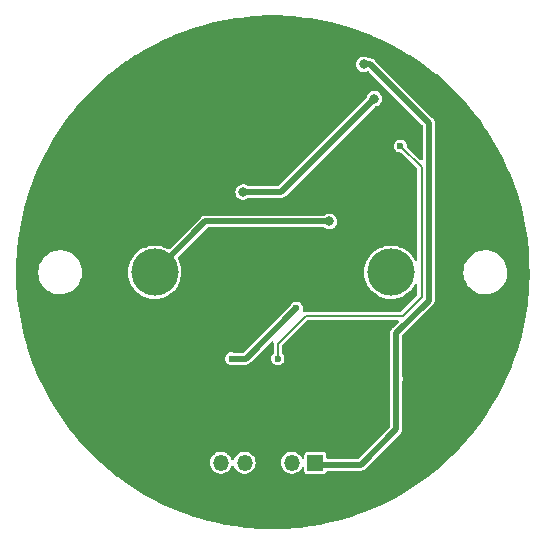
<source format=gbr>
%TF.GenerationSoftware,KiCad,Pcbnew,6.0.11-2627ca5db0~126~ubuntu22.04.1*%
%TF.CreationDate,2023-11-28T13:50:45+01:00*%
%TF.ProjectId,led_buck_3a,6c65645f-6275-4636-9b5f-33612e6b6963,rev?*%
%TF.SameCoordinates,Original*%
%TF.FileFunction,Copper,L2,Bot*%
%TF.FilePolarity,Positive*%
%FSLAX46Y46*%
G04 Gerber Fmt 4.6, Leading zero omitted, Abs format (unit mm)*
G04 Created by KiCad (PCBNEW 6.0.11-2627ca5db0~126~ubuntu22.04.1) date 2023-11-28 13:50:45*
%MOMM*%
%LPD*%
G01*
G04 APERTURE LIST*
%TA.AperFunction,ComponentPad*%
%ADD10R,1.350000X1.350000*%
%TD*%
%TA.AperFunction,ComponentPad*%
%ADD11O,1.350000X1.350000*%
%TD*%
%TA.AperFunction,ComponentPad*%
%ADD12C,4.000000*%
%TD*%
%TA.AperFunction,ViaPad*%
%ADD13C,0.600000*%
%TD*%
%TA.AperFunction,ViaPad*%
%ADD14C,0.800000*%
%TD*%
%TA.AperFunction,Conductor*%
%ADD15C,0.500000*%
%TD*%
%TA.AperFunction,Conductor*%
%ADD16C,0.200000*%
%TD*%
G04 APERTURE END LIST*
D10*
%TO.P,J4,1,Pin_1*%
%TO.N,+5V*%
X53610000Y-66130000D03*
D11*
%TO.P,J4,2,Pin_2*%
%TO.N,Net-(J4-Pad2)*%
X51610000Y-66130000D03*
%TO.P,J4,3,Pin_3*%
%TO.N,GND*%
X49610000Y-66130000D03*
%TO.P,J4,4,Pin_4*%
%TO.N,/RXD*%
X47610000Y-66130000D03*
%TO.P,J4,5,Pin_5*%
%TO.N,/TXD*%
X45610000Y-66130000D03*
%TD*%
D12*
%TO.P,J1,1,Pin_1*%
%TO.N,Net-(C3-Pad2)*%
X60000000Y-50000000D03*
%TD*%
%TO.P,J2,1,Pin_1*%
%TO.N,Net-(C3-Pad1)*%
X40000000Y-50000000D03*
%TD*%
D13*
%TO.N,GND*%
X55900000Y-55750000D03*
D14*
X46300000Y-44700000D03*
X48300000Y-44700000D03*
X47300000Y-44700000D03*
D13*
X52249579Y-60158736D03*
D14*
X45200000Y-44700000D03*
X57900000Y-37800000D03*
D13*
X49670000Y-60050000D03*
D14*
X59200000Y-37800000D03*
D13*
X38007500Y-57300000D03*
D14*
X60600000Y-36400000D03*
X43200000Y-44700000D03*
X44200000Y-44700000D03*
X60600000Y-37800000D03*
D13*
%TO.N,VCC*%
X46520000Y-57310000D03*
X51990000Y-53030000D03*
D14*
%TO.N,Net-(C3-Pad1)*%
X54800000Y-45700000D03*
D13*
%TO.N,+5V*%
X60446483Y-58996483D03*
D14*
X57700002Y-32400000D03*
D13*
%TO.N,/PWM*%
X60800000Y-39300000D03*
X50430000Y-57320000D03*
D14*
%TO.N,Net-(Q1-Pad4)*%
X47499998Y-43200000D03*
X58600000Y-35300000D03*
%TD*%
D15*
%TO.N,VCC*%
X46520000Y-57310000D02*
X47710000Y-57310000D01*
X47710000Y-57310000D02*
X51990000Y-53030000D01*
%TO.N,Net-(C3-Pad1)*%
X44300000Y-45700000D02*
X40000000Y-50000000D01*
X54800000Y-45700000D02*
X44300000Y-45700000D01*
%TO.N,+5V*%
X60446483Y-58996483D02*
X60446483Y-55153517D01*
X63200000Y-52400000D02*
X63200000Y-37334313D01*
X60446483Y-63303517D02*
X57470000Y-66280000D01*
X58265687Y-32400000D02*
X57700002Y-32400000D01*
X60446483Y-58996483D02*
X60446483Y-63303517D01*
X57470000Y-66280000D02*
X53520000Y-66280000D01*
X63200000Y-37334313D02*
X58265687Y-32400000D01*
X60446483Y-55153517D02*
X63200000Y-52400000D01*
D16*
%TO.N,/PWM*%
X62600000Y-41100000D02*
X60800000Y-39300000D01*
X50430000Y-56050000D02*
X52790000Y-53690000D01*
X61000000Y-53690000D02*
X62600000Y-52090000D01*
X52790000Y-53690000D02*
X61000000Y-53690000D01*
X50430000Y-57320000D02*
X50430000Y-56050000D01*
X62600000Y-52090000D02*
X62600000Y-41100000D01*
D15*
%TO.N,Net-(Q1-Pad4)*%
X58600000Y-35300000D02*
X50700000Y-43200000D01*
X50700000Y-43200000D02*
X47499998Y-43200000D01*
%TD*%
%TA.AperFunction,Conductor*%
%TO.N,GND*%
G36*
X50458052Y-28259380D02*
G01*
X51362770Y-28297299D01*
X51368028Y-28297630D01*
X51601921Y-28317270D01*
X52270401Y-28373404D01*
X52275650Y-28373956D01*
X52715833Y-28429564D01*
X53174043Y-28487449D01*
X53179239Y-28488216D01*
X54072093Y-28639232D01*
X54077245Y-28640214D01*
X54520152Y-28734356D01*
X54963043Y-28828496D01*
X54968151Y-28829694D01*
X55845299Y-29054907D01*
X55850299Y-29056304D01*
X56116110Y-29136557D01*
X56717207Y-29318040D01*
X56722226Y-29319671D01*
X57181979Y-29479773D01*
X57577376Y-29617464D01*
X57582300Y-29619295D01*
X58187697Y-29858989D01*
X58424265Y-29952653D01*
X58429130Y-29954698D01*
X59256374Y-30323010D01*
X59261149Y-30325257D01*
X60072238Y-30727886D01*
X60076915Y-30730331D01*
X60870446Y-31166579D01*
X60875016Y-31169218D01*
X61394638Y-31483911D01*
X61649578Y-31638308D01*
X61654011Y-31641122D01*
X62337941Y-32095524D01*
X62408250Y-32142237D01*
X62412584Y-32145249D01*
X62980255Y-32557686D01*
X63145174Y-32677507D01*
X63149376Y-32680696D01*
X63580025Y-33022024D01*
X63859039Y-33243168D01*
X63863105Y-33246532D01*
X64548577Y-33838215D01*
X64552497Y-33841745D01*
X65212616Y-34461638D01*
X65216366Y-34465310D01*
X65849948Y-35112304D01*
X65853560Y-35116151D01*
X66459473Y-35789085D01*
X66462922Y-35793080D01*
X67040125Y-36490800D01*
X67043403Y-36494935D01*
X67590897Y-37216232D01*
X67593980Y-37220475D01*
X67914591Y-37681773D01*
X68110791Y-37964068D01*
X68113711Y-37968464D01*
X68598907Y-38733012D01*
X68601641Y-38737526D01*
X69054403Y-39521732D01*
X69056946Y-39526357D01*
X69476482Y-40328857D01*
X69478828Y-40333584D01*
X69864374Y-41152909D01*
X69866521Y-41157730D01*
X70138914Y-41805726D01*
X70217431Y-41992511D01*
X70219367Y-41997401D01*
X70465263Y-42658595D01*
X70535021Y-42846169D01*
X70536753Y-42851143D01*
X70551173Y-42895524D01*
X70816577Y-43712355D01*
X70818102Y-43717407D01*
X71061612Y-44589561D01*
X71062925Y-44594673D01*
X71269707Y-45476291D01*
X71270804Y-45481453D01*
X71440483Y-46370942D01*
X71441363Y-46376146D01*
X71573642Y-47271940D01*
X71574304Y-47277175D01*
X71667095Y-48160015D01*
X71668961Y-48177773D01*
X71669401Y-48183016D01*
X71695924Y-48604579D01*
X71726260Y-49086759D01*
X71726481Y-49092032D01*
X71733251Y-49415241D01*
X71744617Y-49957814D01*
X71745445Y-49997361D01*
X71745445Y-50002626D01*
X71735963Y-50455303D01*
X71726481Y-50907968D01*
X71726260Y-50913241D01*
X71712428Y-51133101D01*
X71670155Y-51805007D01*
X71669402Y-51816968D01*
X71668962Y-51822212D01*
X71625135Y-52239204D01*
X71574304Y-52722825D01*
X71573642Y-52728060D01*
X71441363Y-53623854D01*
X71440483Y-53629058D01*
X71270804Y-54518547D01*
X71269707Y-54523709D01*
X71062925Y-55405327D01*
X71061612Y-55410439D01*
X70818102Y-56282593D01*
X70816577Y-56287645D01*
X70536756Y-57148847D01*
X70535024Y-57153821D01*
X70265228Y-57879285D01*
X70219374Y-58002582D01*
X70217438Y-58007472D01*
X69941742Y-58663326D01*
X69866521Y-58842270D01*
X69864374Y-58847091D01*
X69478828Y-59666416D01*
X69476482Y-59671143D01*
X69056946Y-60473643D01*
X69054403Y-60478268D01*
X68601641Y-61262474D01*
X68598907Y-61266988D01*
X68113711Y-62031536D01*
X68110801Y-62035917D01*
X67593981Y-62779523D01*
X67590897Y-62783768D01*
X67058169Y-63485612D01*
X67043403Y-63505065D01*
X67040125Y-63509200D01*
X66462922Y-64206920D01*
X66459473Y-64210915D01*
X65853560Y-64883849D01*
X65849948Y-64887696D01*
X65216366Y-65534690D01*
X65212616Y-65538362D01*
X64789514Y-65935682D01*
X64552499Y-66158254D01*
X64548579Y-66161784D01*
X63871792Y-66745970D01*
X63863105Y-66753468D01*
X63859042Y-66756830D01*
X63526689Y-67020249D01*
X63149378Y-67319302D01*
X63145174Y-67322493D01*
X62412584Y-67854751D01*
X62408250Y-67857763D01*
X61654011Y-68358878D01*
X61649578Y-68361692D01*
X61394638Y-68516089D01*
X60875016Y-68830782D01*
X60870446Y-68833421D01*
X60076915Y-69269669D01*
X60072238Y-69272114D01*
X59261149Y-69674743D01*
X59256374Y-69676990D01*
X58429130Y-70045302D01*
X58424265Y-70047347D01*
X57582300Y-70380705D01*
X57577376Y-70382536D01*
X57254366Y-70495019D01*
X56722226Y-70680329D01*
X56717207Y-70681960D01*
X56283763Y-70812825D01*
X55850299Y-70943696D01*
X55845299Y-70945093D01*
X54968151Y-71170306D01*
X54963043Y-71171504D01*
X54520152Y-71265643D01*
X54077245Y-71359786D01*
X54072093Y-71360768D01*
X53179239Y-71511784D01*
X53174043Y-71512551D01*
X52715833Y-71570436D01*
X52275650Y-71626044D01*
X52270401Y-71626596D01*
X51736916Y-71671394D01*
X51368028Y-71702370D01*
X51362770Y-71702701D01*
X50576436Y-71735658D01*
X50458051Y-71740620D01*
X50452775Y-71740731D01*
X49547225Y-71740731D01*
X49541949Y-71740620D01*
X49423564Y-71735658D01*
X48637230Y-71702701D01*
X48631972Y-71702370D01*
X48263084Y-71671394D01*
X47729599Y-71626596D01*
X47724350Y-71626044D01*
X47284167Y-71570436D01*
X46825957Y-71512551D01*
X46820761Y-71511784D01*
X45927907Y-71360768D01*
X45922755Y-71359786D01*
X45479848Y-71265643D01*
X45036957Y-71171504D01*
X45031849Y-71170306D01*
X44154701Y-70945093D01*
X44149701Y-70943696D01*
X43716238Y-70812826D01*
X43282793Y-70681960D01*
X43277774Y-70680329D01*
X42745634Y-70495019D01*
X42422624Y-70382536D01*
X42417700Y-70380705D01*
X41575735Y-70047347D01*
X41570870Y-70045302D01*
X40743626Y-69676990D01*
X40738851Y-69674743D01*
X39927762Y-69272114D01*
X39923085Y-69269669D01*
X39129554Y-68833421D01*
X39124984Y-68830782D01*
X38605362Y-68516089D01*
X38350422Y-68361692D01*
X38345989Y-68358878D01*
X37591750Y-67857763D01*
X37587416Y-67854751D01*
X36854826Y-67322493D01*
X36850622Y-67319302D01*
X36473311Y-67020249D01*
X36140958Y-66756830D01*
X36136895Y-66753468D01*
X36128209Y-66745970D01*
X35451421Y-66161784D01*
X35447501Y-66158254D01*
X35417414Y-66130000D01*
X44675380Y-66130000D01*
X44695804Y-66324318D01*
X44756182Y-66510144D01*
X44853877Y-66679356D01*
X44858295Y-66684263D01*
X44858296Y-66684264D01*
X44980195Y-66819647D01*
X44984617Y-66824558D01*
X44989959Y-66828439D01*
X44989961Y-66828441D01*
X45108576Y-66914620D01*
X45142690Y-66939405D01*
X45148719Y-66942089D01*
X45148722Y-66942091D01*
X45315151Y-67016189D01*
X45315154Y-67016190D01*
X45321187Y-67018876D01*
X45400727Y-67035783D01*
X45505849Y-67058128D01*
X45505854Y-67058128D01*
X45512306Y-67059500D01*
X45707694Y-67059500D01*
X45714146Y-67058128D01*
X45714151Y-67058128D01*
X45819273Y-67035783D01*
X45898813Y-67018876D01*
X45904846Y-67016190D01*
X45904849Y-67016189D01*
X46071278Y-66942091D01*
X46071281Y-66942089D01*
X46077310Y-66939405D01*
X46111424Y-66914620D01*
X46230039Y-66828441D01*
X46230041Y-66828439D01*
X46235383Y-66824558D01*
X46239805Y-66819647D01*
X46361704Y-66684264D01*
X46361705Y-66684263D01*
X46366123Y-66679356D01*
X46463818Y-66510144D01*
X46469362Y-66493083D01*
X46490167Y-66429049D01*
X46530240Y-66370443D01*
X46595637Y-66342806D01*
X46665593Y-66354913D01*
X46717900Y-66402918D01*
X46729833Y-66429049D01*
X46750639Y-66493083D01*
X46756182Y-66510144D01*
X46853877Y-66679356D01*
X46858295Y-66684263D01*
X46858296Y-66684264D01*
X46980195Y-66819647D01*
X46984617Y-66824558D01*
X46989959Y-66828439D01*
X46989961Y-66828441D01*
X47108576Y-66914620D01*
X47142690Y-66939405D01*
X47148719Y-66942089D01*
X47148722Y-66942091D01*
X47315151Y-67016189D01*
X47315154Y-67016190D01*
X47321187Y-67018876D01*
X47400727Y-67035783D01*
X47505849Y-67058128D01*
X47505854Y-67058128D01*
X47512306Y-67059500D01*
X47707694Y-67059500D01*
X47714146Y-67058128D01*
X47714151Y-67058128D01*
X47819273Y-67035783D01*
X47898813Y-67018876D01*
X47904846Y-67016190D01*
X47904849Y-67016189D01*
X48071278Y-66942091D01*
X48071281Y-66942089D01*
X48077310Y-66939405D01*
X48111424Y-66914620D01*
X48230039Y-66828441D01*
X48230041Y-66828439D01*
X48235383Y-66824558D01*
X48239805Y-66819647D01*
X48361704Y-66684264D01*
X48361705Y-66684263D01*
X48366123Y-66679356D01*
X48463818Y-66510144D01*
X48524196Y-66324318D01*
X48544620Y-66130000D01*
X48524196Y-65935682D01*
X48463818Y-65749856D01*
X48457317Y-65738595D01*
X48369424Y-65586362D01*
X48366123Y-65580644D01*
X48235383Y-65435442D01*
X48125627Y-65355699D01*
X48082652Y-65324476D01*
X48082651Y-65324475D01*
X48077310Y-65320595D01*
X48071281Y-65317911D01*
X48071278Y-65317909D01*
X47904849Y-65243811D01*
X47904846Y-65243810D01*
X47898813Y-65241124D01*
X47809600Y-65222161D01*
X47714151Y-65201872D01*
X47714146Y-65201872D01*
X47707694Y-65200500D01*
X47512306Y-65200500D01*
X47505854Y-65201872D01*
X47505849Y-65201872D01*
X47410400Y-65222161D01*
X47321187Y-65241124D01*
X47315154Y-65243810D01*
X47315151Y-65243811D01*
X47148722Y-65317909D01*
X47148719Y-65317911D01*
X47142690Y-65320595D01*
X47137349Y-65324475D01*
X47137348Y-65324476D01*
X47094374Y-65355699D01*
X46984617Y-65435442D01*
X46853877Y-65580644D01*
X46850576Y-65586362D01*
X46762684Y-65738595D01*
X46756182Y-65749856D01*
X46754141Y-65756138D01*
X46754140Y-65756140D01*
X46729833Y-65830951D01*
X46689760Y-65889557D01*
X46624363Y-65917194D01*
X46554407Y-65905087D01*
X46502100Y-65857082D01*
X46490167Y-65830951D01*
X46465860Y-65756140D01*
X46465859Y-65756138D01*
X46463818Y-65749856D01*
X46457317Y-65738595D01*
X46369424Y-65586362D01*
X46366123Y-65580644D01*
X46235383Y-65435442D01*
X46125627Y-65355699D01*
X46082652Y-65324476D01*
X46082651Y-65324475D01*
X46077310Y-65320595D01*
X46071281Y-65317911D01*
X46071278Y-65317909D01*
X45904849Y-65243811D01*
X45904846Y-65243810D01*
X45898813Y-65241124D01*
X45809600Y-65222161D01*
X45714151Y-65201872D01*
X45714146Y-65201872D01*
X45707694Y-65200500D01*
X45512306Y-65200500D01*
X45505854Y-65201872D01*
X45505849Y-65201872D01*
X45410400Y-65222161D01*
X45321187Y-65241124D01*
X45315154Y-65243810D01*
X45315151Y-65243811D01*
X45148722Y-65317909D01*
X45148719Y-65317911D01*
X45142690Y-65320595D01*
X45137349Y-65324475D01*
X45137348Y-65324476D01*
X45094374Y-65355699D01*
X44984617Y-65435442D01*
X44853877Y-65580644D01*
X44850576Y-65586362D01*
X44762684Y-65738595D01*
X44756182Y-65749856D01*
X44695804Y-65935682D01*
X44675380Y-66130000D01*
X35417414Y-66130000D01*
X35210486Y-65935682D01*
X34787384Y-65538362D01*
X34783634Y-65534690D01*
X34150052Y-64887696D01*
X34146440Y-64883849D01*
X33540527Y-64210915D01*
X33537078Y-64206920D01*
X32959875Y-63509200D01*
X32956597Y-63505065D01*
X32941831Y-63485612D01*
X32409103Y-62783768D01*
X32406019Y-62779523D01*
X31889199Y-62035917D01*
X31886289Y-62031536D01*
X31401093Y-61266988D01*
X31398359Y-61262474D01*
X30945597Y-60478268D01*
X30943054Y-60473643D01*
X30523518Y-59671143D01*
X30521172Y-59666416D01*
X30135626Y-58847091D01*
X30133479Y-58842270D01*
X30058258Y-58663326D01*
X29782562Y-58007472D01*
X29780626Y-58002582D01*
X29734773Y-57879285D01*
X29523058Y-57310000D01*
X45960715Y-57310000D01*
X45979772Y-57454754D01*
X46035645Y-57589642D01*
X46124526Y-57705474D01*
X46131076Y-57710500D01*
X46131079Y-57710503D01*
X46199596Y-57763078D01*
X46240357Y-57794355D01*
X46375246Y-57850228D01*
X46383434Y-57851306D01*
X46447623Y-57859757D01*
X46520000Y-57869285D01*
X46528188Y-57868207D01*
X46656566Y-57851306D01*
X46664754Y-57850228D01*
X46727855Y-57824091D01*
X46776072Y-57814500D01*
X47639376Y-57814500D01*
X47651381Y-57815841D01*
X47651421Y-57815345D01*
X47660368Y-57816065D01*
X47669124Y-57818046D01*
X47722382Y-57814742D01*
X47730184Y-57814500D01*
X47746226Y-57814500D01*
X47750657Y-57813865D01*
X47750662Y-57813865D01*
X47754687Y-57813288D01*
X47756457Y-57813035D01*
X47766514Y-57812004D01*
X47788976Y-57810611D01*
X47804400Y-57809654D01*
X47804402Y-57809654D01*
X47813359Y-57809098D01*
X47821799Y-57806051D01*
X47825089Y-57805370D01*
X47840938Y-57801418D01*
X47844168Y-57800473D01*
X47853052Y-57799201D01*
X47861223Y-57795486D01*
X47895763Y-57779782D01*
X47905128Y-57775970D01*
X47940837Y-57763078D01*
X47940840Y-57763076D01*
X47949284Y-57760028D01*
X47956533Y-57754732D01*
X47959490Y-57753160D01*
X47973614Y-57744907D01*
X47976437Y-57743102D01*
X47984605Y-57739388D01*
X47991402Y-57733531D01*
X47991404Y-57733530D01*
X48018127Y-57710503D01*
X48020158Y-57708753D01*
X48028064Y-57702475D01*
X48038944Y-57694527D01*
X48049806Y-57683665D01*
X48056653Y-57677307D01*
X48087282Y-57650915D01*
X48094082Y-57645056D01*
X48098966Y-57637521D01*
X48104699Y-57630949D01*
X48113926Y-57619545D01*
X49865741Y-55867730D01*
X49928053Y-55833704D01*
X49998868Y-55838769D01*
X50055704Y-55881316D01*
X50080515Y-55947836D01*
X50078102Y-55982080D01*
X50075950Y-55988208D01*
X50075500Y-55993404D01*
X50075500Y-55996109D01*
X50075403Y-55998365D01*
X50075260Y-55998841D01*
X50075214Y-55998839D01*
X50075201Y-55999038D01*
X50073432Y-56004955D01*
X50073841Y-56015359D01*
X50075403Y-56055124D01*
X50075500Y-56060070D01*
X50075500Y-56832886D01*
X50055498Y-56901007D01*
X50039813Y-56920470D01*
X50034526Y-56924526D01*
X49945645Y-57040358D01*
X49889772Y-57175246D01*
X49870715Y-57320000D01*
X49889772Y-57464754D01*
X49892931Y-57472380D01*
X49941503Y-57589642D01*
X49945645Y-57599642D01*
X49950672Y-57606193D01*
X50015809Y-57691081D01*
X50034526Y-57715474D01*
X50041076Y-57720500D01*
X50041079Y-57720503D01*
X50141443Y-57797515D01*
X50150357Y-57804355D01*
X50285246Y-57860228D01*
X50430000Y-57879285D01*
X50438188Y-57878207D01*
X50566566Y-57861306D01*
X50574754Y-57860228D01*
X50709643Y-57804355D01*
X50718557Y-57797515D01*
X50818921Y-57720503D01*
X50818924Y-57720500D01*
X50825474Y-57715474D01*
X50844192Y-57691081D01*
X50909328Y-57606193D01*
X50914355Y-57599642D01*
X50918498Y-57589642D01*
X50967069Y-57472380D01*
X50970228Y-57464754D01*
X50989285Y-57320000D01*
X50970228Y-57175246D01*
X50914355Y-57040358D01*
X50825474Y-56924526D01*
X50820863Y-56920988D01*
X50787379Y-56859668D01*
X50784500Y-56832885D01*
X50784500Y-56249029D01*
X50804502Y-56180908D01*
X50821405Y-56159934D01*
X52899933Y-54081405D01*
X52962245Y-54047380D01*
X52989028Y-54044500D01*
X60537839Y-54044500D01*
X60605960Y-54064502D01*
X60652453Y-54118158D01*
X60662557Y-54188432D01*
X60633063Y-54253012D01*
X60626934Y-54259595D01*
X60139689Y-54746840D01*
X60130249Y-54754382D01*
X60130572Y-54754762D01*
X60123736Y-54760580D01*
X60116144Y-54765370D01*
X60110202Y-54772098D01*
X60080812Y-54805376D01*
X60075466Y-54811063D01*
X60064132Y-54822397D01*
X60061447Y-54825980D01*
X60061445Y-54825982D01*
X60057930Y-54830672D01*
X60051545Y-54838515D01*
X60020482Y-54873687D01*
X60016669Y-54881809D01*
X60014829Y-54884610D01*
X60006420Y-54898605D01*
X60004798Y-54901568D01*
X59999413Y-54908753D01*
X59996260Y-54917163D01*
X59996259Y-54917165D01*
X59982937Y-54952699D01*
X59979013Y-54962012D01*
X59959066Y-55004499D01*
X59957684Y-55013373D01*
X59956698Y-55016600D01*
X59952558Y-55032383D01*
X59951837Y-55035661D01*
X59948685Y-55044069D01*
X59948020Y-55053020D01*
X59945207Y-55090874D01*
X59944053Y-55100921D01*
X59941983Y-55114214D01*
X59941983Y-55129579D01*
X59941637Y-55138916D01*
X59937976Y-55188184D01*
X59939849Y-55196959D01*
X59940442Y-55205655D01*
X59941983Y-55220255D01*
X59941983Y-58740410D01*
X59932392Y-58788628D01*
X59910173Y-58842270D01*
X59906255Y-58851729D01*
X59887198Y-58996483D01*
X59888276Y-59004671D01*
X59894739Y-59053760D01*
X59906255Y-59141237D01*
X59909415Y-59148866D01*
X59932392Y-59204338D01*
X59941983Y-59252556D01*
X59941983Y-63042356D01*
X59921981Y-63110477D01*
X59905078Y-63131451D01*
X57297934Y-65738595D01*
X57235622Y-65772621D01*
X57208839Y-65775500D01*
X54665499Y-65775500D01*
X54597378Y-65755498D01*
X54550885Y-65701842D01*
X54539499Y-65649500D01*
X54539499Y-65429934D01*
X54524734Y-65355699D01*
X54468484Y-65271516D01*
X54384301Y-65215266D01*
X54310067Y-65200500D01*
X53610114Y-65200500D01*
X52909934Y-65200501D01*
X52874182Y-65207612D01*
X52847874Y-65212844D01*
X52847872Y-65212845D01*
X52835699Y-65215266D01*
X52825379Y-65222161D01*
X52825378Y-65222162D01*
X52802144Y-65237687D01*
X52751516Y-65271516D01*
X52695266Y-65355699D01*
X52680500Y-65429933D01*
X52680500Y-65654923D01*
X52660498Y-65723044D01*
X52606842Y-65769537D01*
X52536568Y-65779641D01*
X52471988Y-65750147D01*
X52445381Y-65717923D01*
X52369424Y-65586362D01*
X52366123Y-65580644D01*
X52235383Y-65435442D01*
X52125627Y-65355699D01*
X52082652Y-65324476D01*
X52082651Y-65324475D01*
X52077310Y-65320595D01*
X52071281Y-65317911D01*
X52071278Y-65317909D01*
X51904849Y-65243811D01*
X51904846Y-65243810D01*
X51898813Y-65241124D01*
X51809600Y-65222161D01*
X51714151Y-65201872D01*
X51714146Y-65201872D01*
X51707694Y-65200500D01*
X51512306Y-65200500D01*
X51505854Y-65201872D01*
X51505849Y-65201872D01*
X51410400Y-65222161D01*
X51321187Y-65241124D01*
X51315154Y-65243810D01*
X51315151Y-65243811D01*
X51148722Y-65317909D01*
X51148719Y-65317911D01*
X51142690Y-65320595D01*
X51137349Y-65324475D01*
X51137348Y-65324476D01*
X51094374Y-65355699D01*
X50984617Y-65435442D01*
X50853877Y-65580644D01*
X50850576Y-65586362D01*
X50762684Y-65738595D01*
X50756182Y-65749856D01*
X50695804Y-65935682D01*
X50675380Y-66130000D01*
X50695804Y-66324318D01*
X50756182Y-66510144D01*
X50853877Y-66679356D01*
X50858295Y-66684263D01*
X50858296Y-66684264D01*
X50980195Y-66819647D01*
X50984617Y-66824558D01*
X50989959Y-66828439D01*
X50989961Y-66828441D01*
X51108576Y-66914620D01*
X51142690Y-66939405D01*
X51148719Y-66942089D01*
X51148722Y-66942091D01*
X51315151Y-67016189D01*
X51315154Y-67016190D01*
X51321187Y-67018876D01*
X51400727Y-67035783D01*
X51505849Y-67058128D01*
X51505854Y-67058128D01*
X51512306Y-67059500D01*
X51707694Y-67059500D01*
X51714146Y-67058128D01*
X51714151Y-67058128D01*
X51819273Y-67035783D01*
X51898813Y-67018876D01*
X51904846Y-67016190D01*
X51904849Y-67016189D01*
X52071278Y-66942091D01*
X52071281Y-66942089D01*
X52077310Y-66939405D01*
X52111424Y-66914620D01*
X52230039Y-66828441D01*
X52230041Y-66828439D01*
X52235383Y-66824558D01*
X52239805Y-66819647D01*
X52361704Y-66684264D01*
X52361705Y-66684263D01*
X52366123Y-66679356D01*
X52445382Y-66542076D01*
X52496765Y-66493083D01*
X52566478Y-66479647D01*
X52632389Y-66506033D01*
X52673571Y-66563866D01*
X52680501Y-66605075D01*
X52680501Y-66830066D01*
X52695266Y-66904301D01*
X52751516Y-66988484D01*
X52835699Y-67044734D01*
X52909933Y-67059500D01*
X53609886Y-67059500D01*
X54310066Y-67059499D01*
X54345818Y-67052388D01*
X54372126Y-67047156D01*
X54372128Y-67047155D01*
X54384301Y-67044734D01*
X54394621Y-67037839D01*
X54394622Y-67037838D01*
X54458168Y-66995377D01*
X54468484Y-66988484D01*
X54524734Y-66904301D01*
X54527155Y-66892131D01*
X54527156Y-66892128D01*
X54528390Y-66885921D01*
X54561296Y-66823011D01*
X54622990Y-66787878D01*
X54651969Y-66784500D01*
X57399376Y-66784500D01*
X57411381Y-66785841D01*
X57411421Y-66785345D01*
X57420368Y-66786065D01*
X57429124Y-66788046D01*
X57482382Y-66784742D01*
X57490184Y-66784500D01*
X57506226Y-66784500D01*
X57510657Y-66783865D01*
X57510662Y-66783865D01*
X57514687Y-66783288D01*
X57516457Y-66783035D01*
X57526514Y-66782004D01*
X57548976Y-66780611D01*
X57564400Y-66779654D01*
X57564402Y-66779654D01*
X57573359Y-66779098D01*
X57581799Y-66776051D01*
X57585089Y-66775370D01*
X57600938Y-66771418D01*
X57604168Y-66770473D01*
X57613052Y-66769201D01*
X57655763Y-66749782D01*
X57665128Y-66745970D01*
X57700837Y-66733078D01*
X57700840Y-66733076D01*
X57709284Y-66730028D01*
X57716533Y-66724732D01*
X57719490Y-66723160D01*
X57733614Y-66714907D01*
X57736437Y-66713102D01*
X57744605Y-66709388D01*
X57751402Y-66703531D01*
X57751404Y-66703530D01*
X57780153Y-66678757D01*
X57788064Y-66672475D01*
X57798944Y-66664527D01*
X57809806Y-66653665D01*
X57816653Y-66647307D01*
X57847282Y-66620915D01*
X57854082Y-66615056D01*
X57858966Y-66607521D01*
X57864699Y-66600949D01*
X57873926Y-66589545D01*
X60753275Y-63710195D01*
X60762718Y-63702650D01*
X60762395Y-63702271D01*
X60769228Y-63696455D01*
X60776822Y-63691664D01*
X60782766Y-63684934D01*
X60782768Y-63684932D01*
X60812161Y-63651651D01*
X60817507Y-63645963D01*
X60828834Y-63634636D01*
X60835033Y-63626365D01*
X60841420Y-63618520D01*
X60866540Y-63590077D01*
X60872484Y-63583347D01*
X60876299Y-63575220D01*
X60878152Y-63572400D01*
X60886561Y-63558404D01*
X60888171Y-63555463D01*
X60893554Y-63548281D01*
X60910027Y-63504339D01*
X60913954Y-63495018D01*
X60930085Y-63460661D01*
X60930085Y-63460660D01*
X60933900Y-63452535D01*
X60935281Y-63443664D01*
X60936266Y-63440442D01*
X60940406Y-63424659D01*
X60941128Y-63421375D01*
X60944281Y-63412965D01*
X60947759Y-63366160D01*
X60948913Y-63356112D01*
X60950234Y-63347631D01*
X60950234Y-63347630D01*
X60950983Y-63342820D01*
X60950983Y-63327451D01*
X60951330Y-63318113D01*
X60954326Y-63277801D01*
X60954326Y-63277800D01*
X60954991Y-63268850D01*
X60953118Y-63260075D01*
X60952526Y-63251391D01*
X60950983Y-63236775D01*
X60950983Y-59252556D01*
X60960574Y-59204338D01*
X60983551Y-59148866D01*
X60986711Y-59141237D01*
X60998228Y-59053760D01*
X61004690Y-59004671D01*
X61005768Y-58996483D01*
X60986711Y-58851729D01*
X60982793Y-58842270D01*
X60960574Y-58788628D01*
X60950983Y-58740410D01*
X60950983Y-55414678D01*
X60970985Y-55346557D01*
X60987888Y-55325583D01*
X63506794Y-52806677D01*
X63516234Y-52799135D01*
X63515911Y-52798755D01*
X63522747Y-52792937D01*
X63530339Y-52788147D01*
X63565672Y-52748140D01*
X63571017Y-52742454D01*
X63582351Y-52731120D01*
X63585038Y-52727535D01*
X63588553Y-52722845D01*
X63594940Y-52715000D01*
X63620060Y-52686557D01*
X63626001Y-52679830D01*
X63629814Y-52671708D01*
X63631654Y-52668907D01*
X63640063Y-52654912D01*
X63641685Y-52651949D01*
X63647070Y-52644764D01*
X63650224Y-52636352D01*
X63663546Y-52600818D01*
X63667471Y-52591502D01*
X63683601Y-52557145D01*
X63687417Y-52549018D01*
X63688799Y-52540144D01*
X63689785Y-52536917D01*
X63693925Y-52521134D01*
X63694646Y-52517856D01*
X63697798Y-52509448D01*
X63701276Y-52462643D01*
X63702430Y-52452596D01*
X63703751Y-52444114D01*
X63703751Y-52444111D01*
X63704500Y-52439303D01*
X63704500Y-52423938D01*
X63704846Y-52414601D01*
X63707842Y-52374281D01*
X63708507Y-52365333D01*
X63706634Y-52356558D01*
X63706041Y-52347862D01*
X63704500Y-52333262D01*
X63704500Y-50042186D01*
X66141018Y-50042186D01*
X66166579Y-50310100D01*
X66230547Y-50571518D01*
X66331583Y-50820963D01*
X66422555Y-50976331D01*
X66453148Y-51028580D01*
X66467569Y-51053210D01*
X66635658Y-51263395D01*
X66832327Y-51447113D01*
X66985192Y-51553159D01*
X67049244Y-51597593D01*
X67053457Y-51600516D01*
X67294416Y-51720391D01*
X67298750Y-51721812D01*
X67298753Y-51721813D01*
X67545823Y-51802807D01*
X67545829Y-51802808D01*
X67550156Y-51804227D01*
X67554647Y-51805007D01*
X67554648Y-51805007D01*
X67811538Y-51849611D01*
X67811546Y-51849612D01*
X67815319Y-51850267D01*
X67819156Y-51850458D01*
X67898777Y-51854422D01*
X67898785Y-51854422D01*
X67900348Y-51854500D01*
X68068374Y-51854500D01*
X68070642Y-51854335D01*
X68070654Y-51854335D01*
X68201457Y-51844844D01*
X68268425Y-51839985D01*
X68272880Y-51839001D01*
X68272883Y-51839001D01*
X68526770Y-51782947D01*
X68526772Y-51782946D01*
X68531226Y-51781963D01*
X68782900Y-51686613D01*
X69018172Y-51555931D01*
X69164842Y-51443996D01*
X69228491Y-51395421D01*
X69228495Y-51395417D01*
X69232116Y-51392654D01*
X69245950Y-51378503D01*
X69417063Y-51203462D01*
X69420249Y-51200203D01*
X69474286Y-51125964D01*
X69575942Y-50986304D01*
X69575947Y-50986297D01*
X69578630Y-50982610D01*
X69703941Y-50744433D01*
X69793557Y-50490662D01*
X69818688Y-50363156D01*
X69844720Y-50231083D01*
X69844721Y-50231077D01*
X69845601Y-50226611D01*
X69854782Y-50042186D01*
X69858755Y-49962383D01*
X69858755Y-49962377D01*
X69858982Y-49957814D01*
X69833421Y-49689900D01*
X69769453Y-49428482D01*
X69668417Y-49179037D01*
X69554109Y-48983813D01*
X69534741Y-48950735D01*
X69534740Y-48950734D01*
X69532431Y-48946790D01*
X69364342Y-48736605D01*
X69167673Y-48552887D01*
X68955221Y-48405504D01*
X68950291Y-48402084D01*
X68950290Y-48402084D01*
X68946543Y-48399484D01*
X68705584Y-48279609D01*
X68701250Y-48278188D01*
X68701247Y-48278187D01*
X68454177Y-48197193D01*
X68454171Y-48197192D01*
X68449844Y-48195773D01*
X68445352Y-48194993D01*
X68188462Y-48150389D01*
X68188454Y-48150388D01*
X68184681Y-48149733D01*
X68174718Y-48149237D01*
X68101223Y-48145578D01*
X68101215Y-48145578D01*
X68099652Y-48145500D01*
X67931626Y-48145500D01*
X67929358Y-48145665D01*
X67929346Y-48145665D01*
X67798543Y-48155156D01*
X67731575Y-48160015D01*
X67727120Y-48160999D01*
X67727117Y-48160999D01*
X67473230Y-48217053D01*
X67473228Y-48217054D01*
X67468774Y-48218037D01*
X67217100Y-48313387D01*
X66981828Y-48444069D01*
X66978196Y-48446841D01*
X66771509Y-48604579D01*
X66771505Y-48604583D01*
X66767884Y-48607346D01*
X66764699Y-48610604D01*
X66764698Y-48610605D01*
X66751014Y-48624603D01*
X66579751Y-48799797D01*
X66553851Y-48835379D01*
X66424058Y-49013696D01*
X66424053Y-49013703D01*
X66421370Y-49017390D01*
X66296059Y-49255567D01*
X66206443Y-49509338D01*
X66205560Y-49513820D01*
X66170855Y-49689900D01*
X66154399Y-49773389D01*
X66154172Y-49777942D01*
X66154172Y-49777945D01*
X66142987Y-50002639D01*
X66141018Y-50042186D01*
X63704500Y-50042186D01*
X63704500Y-37404937D01*
X63705841Y-37392932D01*
X63705345Y-37392892D01*
X63706065Y-37383945D01*
X63708046Y-37375189D01*
X63704742Y-37321931D01*
X63704500Y-37314129D01*
X63704500Y-37298087D01*
X63703035Y-37287856D01*
X63702003Y-37277790D01*
X63699654Y-37239913D01*
X63699654Y-37239911D01*
X63699098Y-37230954D01*
X63696051Y-37222514D01*
X63695370Y-37219224D01*
X63691418Y-37203375D01*
X63690473Y-37200145D01*
X63689201Y-37191261D01*
X63669774Y-37148531D01*
X63665964Y-37139173D01*
X63653075Y-37103471D01*
X63653074Y-37103470D01*
X63650027Y-37095029D01*
X63644731Y-37087780D01*
X63643146Y-37084799D01*
X63634920Y-37070721D01*
X63633104Y-37067882D01*
X63629388Y-37059708D01*
X63598757Y-37024159D01*
X63592465Y-37016236D01*
X63584527Y-37005369D01*
X63573665Y-36994507D01*
X63567307Y-36987660D01*
X63540915Y-36957031D01*
X63535056Y-36950231D01*
X63527521Y-36945347D01*
X63520949Y-36939614D01*
X63509545Y-36930387D01*
X58672364Y-32093206D01*
X58664822Y-32083766D01*
X58664442Y-32084089D01*
X58658624Y-32077253D01*
X58653834Y-32069661D01*
X58613827Y-32034328D01*
X58608141Y-32028983D01*
X58596807Y-32017649D01*
X58588532Y-32011447D01*
X58580687Y-32005060D01*
X58552244Y-31979940D01*
X58545517Y-31973999D01*
X58537395Y-31970186D01*
X58534594Y-31968346D01*
X58520599Y-31959937D01*
X58517636Y-31958315D01*
X58510451Y-31952930D01*
X58502041Y-31949777D01*
X58502039Y-31949776D01*
X58466505Y-31936454D01*
X58457189Y-31932529D01*
X58414705Y-31912583D01*
X58405831Y-31911201D01*
X58402604Y-31910215D01*
X58386821Y-31906075D01*
X58383543Y-31905354D01*
X58375135Y-31902202D01*
X58361378Y-31901180D01*
X58328330Y-31898724D01*
X58318283Y-31897570D01*
X58309801Y-31896249D01*
X58309798Y-31896249D01*
X58304990Y-31895500D01*
X58289625Y-31895500D01*
X58280288Y-31895154D01*
X58264206Y-31893959D01*
X58231020Y-31891493D01*
X58222245Y-31893366D01*
X58213549Y-31893959D01*
X58198949Y-31895500D01*
X58165669Y-31895500D01*
X58097548Y-31875498D01*
X58082145Y-31863802D01*
X58081956Y-31863670D01*
X58076277Y-31858611D01*
X57936276Y-31784484D01*
X57782635Y-31745892D01*
X57775036Y-31745852D01*
X57775035Y-31745852D01*
X57709183Y-31745507D01*
X57624223Y-31745062D01*
X57616843Y-31746834D01*
X57616841Y-31746834D01*
X57477565Y-31780271D01*
X57477562Y-31780272D01*
X57470186Y-31782043D01*
X57329416Y-31854700D01*
X57210041Y-31958838D01*
X57118952Y-32088444D01*
X57061408Y-32236037D01*
X57040731Y-32393096D01*
X57058115Y-32550553D01*
X57060725Y-32557684D01*
X57060725Y-32557686D01*
X57105741Y-32680698D01*
X57112555Y-32699319D01*
X57200910Y-32830805D01*
X57318078Y-32937419D01*
X57457295Y-33013008D01*
X57610524Y-33053207D01*
X57694479Y-33054526D01*
X57761321Y-33055576D01*
X57761324Y-33055576D01*
X57768918Y-33055695D01*
X57923334Y-33020329D01*
X58007817Y-32977839D01*
X58077660Y-32965101D01*
X58143304Y-32992145D01*
X58153525Y-33001309D01*
X62658595Y-37506379D01*
X62692621Y-37568691D01*
X62695500Y-37595474D01*
X62695500Y-40389972D01*
X62675498Y-40458093D01*
X62621842Y-40504586D01*
X62551568Y-40514690D01*
X62486988Y-40485196D01*
X62480405Y-40479067D01*
X61395112Y-39393774D01*
X61361086Y-39331462D01*
X61358415Y-39306611D01*
X61359285Y-39300000D01*
X61340228Y-39155246D01*
X61284355Y-39020358D01*
X61195474Y-38904526D01*
X61188924Y-38899500D01*
X61188921Y-38899497D01*
X61086196Y-38820673D01*
X61086194Y-38820672D01*
X61079643Y-38815645D01*
X60944754Y-38759772D01*
X60800000Y-38740715D01*
X60791812Y-38741793D01*
X60663432Y-38758694D01*
X60663430Y-38758695D01*
X60655246Y-38759772D01*
X60607430Y-38779578D01*
X60527986Y-38812485D01*
X60527984Y-38812486D01*
X60520358Y-38815645D01*
X60404526Y-38904526D01*
X60315645Y-39020358D01*
X60259772Y-39155246D01*
X60240715Y-39300000D01*
X60259772Y-39444754D01*
X60315645Y-39579642D01*
X60404526Y-39695474D01*
X60411076Y-39700500D01*
X60411079Y-39700503D01*
X60513804Y-39779327D01*
X60520357Y-39784355D01*
X60655246Y-39840228D01*
X60800000Y-39859285D01*
X60805765Y-39858526D01*
X60872799Y-39878209D01*
X60893773Y-39895112D01*
X62208595Y-41209934D01*
X62242621Y-41272246D01*
X62245500Y-41299029D01*
X62245500Y-48915692D01*
X62225498Y-48983813D01*
X62171842Y-49030306D01*
X62101568Y-49040410D01*
X62036988Y-49010916D01*
X62006494Y-48971420D01*
X61958470Y-48874036D01*
X61958467Y-48874031D01*
X61956643Y-48870332D01*
X61792453Y-48624603D01*
X61597593Y-48402407D01*
X61375397Y-48207547D01*
X61129669Y-48043357D01*
X61125970Y-48041533D01*
X61125965Y-48041530D01*
X60989991Y-47974475D01*
X60864611Y-47912645D01*
X60860705Y-47911319D01*
X60588666Y-47818974D01*
X60588663Y-47818973D01*
X60584759Y-47817648D01*
X60580720Y-47816845D01*
X60580714Y-47816843D01*
X60298946Y-47760796D01*
X60298943Y-47760796D01*
X60294903Y-47759992D01*
X60290792Y-47759723D01*
X60290788Y-47759722D01*
X60004119Y-47740933D01*
X60000000Y-47740663D01*
X59995881Y-47740933D01*
X59709212Y-47759722D01*
X59709208Y-47759723D01*
X59705097Y-47759992D01*
X59701057Y-47760796D01*
X59701054Y-47760796D01*
X59419286Y-47816843D01*
X59419280Y-47816845D01*
X59415241Y-47817648D01*
X59411337Y-47818973D01*
X59411334Y-47818974D01*
X59139295Y-47911319D01*
X59135389Y-47912645D01*
X59010143Y-47974410D01*
X58874036Y-48041530D01*
X58874031Y-48041533D01*
X58870332Y-48043357D01*
X58624603Y-48207547D01*
X58402407Y-48402407D01*
X58207547Y-48624603D01*
X58043357Y-48870332D01*
X58041533Y-48874031D01*
X58041530Y-48874036D01*
X57993506Y-48971420D01*
X57912645Y-49135389D01*
X57911320Y-49139294D01*
X57911319Y-49139295D01*
X57896393Y-49183267D01*
X57817648Y-49415241D01*
X57816845Y-49419280D01*
X57816843Y-49419286D01*
X57798931Y-49509338D01*
X57759992Y-49705097D01*
X57740663Y-50000000D01*
X57759992Y-50294903D01*
X57760796Y-50298943D01*
X57760796Y-50298946D01*
X57815856Y-50575749D01*
X57817648Y-50584759D01*
X57818973Y-50588663D01*
X57818974Y-50588666D01*
X57897828Y-50820963D01*
X57912645Y-50864611D01*
X57935328Y-50910607D01*
X58003707Y-51049265D01*
X58043357Y-51129668D01*
X58207547Y-51375397D01*
X58402407Y-51597593D01*
X58624603Y-51792453D01*
X58870331Y-51956643D01*
X58874030Y-51958467D01*
X58874035Y-51958470D01*
X58917828Y-51980066D01*
X59135389Y-52087355D01*
X59139294Y-52088680D01*
X59139295Y-52088681D01*
X59411334Y-52181026D01*
X59411337Y-52181027D01*
X59415241Y-52182352D01*
X59419280Y-52183155D01*
X59419286Y-52183157D01*
X59701054Y-52239204D01*
X59701057Y-52239204D01*
X59705097Y-52240008D01*
X59709208Y-52240277D01*
X59709212Y-52240278D01*
X59995881Y-52259067D01*
X60000000Y-52259337D01*
X60004119Y-52259067D01*
X60290788Y-52240278D01*
X60290792Y-52240277D01*
X60294903Y-52240008D01*
X60298943Y-52239204D01*
X60298946Y-52239204D01*
X60580714Y-52183157D01*
X60580720Y-52183155D01*
X60584759Y-52182352D01*
X60588663Y-52181027D01*
X60588666Y-52181026D01*
X60860705Y-52088681D01*
X60860706Y-52088680D01*
X60864611Y-52087355D01*
X61082172Y-51980066D01*
X61125965Y-51958470D01*
X61125970Y-51958467D01*
X61129669Y-51956643D01*
X61375397Y-51792453D01*
X61597593Y-51597593D01*
X61792453Y-51375397D01*
X61956643Y-51129668D01*
X62006494Y-51028579D01*
X62054562Y-50976331D01*
X62123248Y-50958364D01*
X62190743Y-50980383D01*
X62235620Y-51035398D01*
X62245500Y-51084308D01*
X62245500Y-51890971D01*
X62225498Y-51959092D01*
X62208595Y-51980066D01*
X60890067Y-53298595D01*
X60827755Y-53332620D01*
X60800972Y-53335500D01*
X52841257Y-53335500D01*
X52821463Y-53333394D01*
X52817110Y-53333189D01*
X52806930Y-53330997D01*
X52776260Y-53334627D01*
X52770917Y-53334942D01*
X52770928Y-53335072D01*
X52765748Y-53335500D01*
X52760549Y-53335500D01*
X52755425Y-53336353D01*
X52755412Y-53336354D01*
X52742959Y-53338427D01*
X52737084Y-53339264D01*
X52700071Y-53343645D01*
X52689730Y-53344869D01*
X52683175Y-53348016D01*
X52677256Y-53349363D01*
X52673583Y-53349975D01*
X52673566Y-53349978D01*
X52673297Y-53348359D01*
X52614180Y-53350977D01*
X52552814Y-53315274D01*
X52520492Y-53252061D01*
X52526807Y-53190867D01*
X52524930Y-53190364D01*
X52527069Y-53182379D01*
X52530228Y-53174754D01*
X52549285Y-53030000D01*
X52530228Y-52885246D01*
X52494402Y-52798755D01*
X52477515Y-52757986D01*
X52477514Y-52757984D01*
X52474355Y-52750358D01*
X52420237Y-52679830D01*
X52390501Y-52641077D01*
X52390500Y-52641076D01*
X52385474Y-52634526D01*
X52378924Y-52629500D01*
X52378921Y-52629497D01*
X52276196Y-52550673D01*
X52276194Y-52550672D01*
X52269643Y-52545645D01*
X52134754Y-52489772D01*
X51990000Y-52470715D01*
X51981812Y-52471793D01*
X51853432Y-52488694D01*
X51853430Y-52488695D01*
X51845246Y-52489772D01*
X51819354Y-52500497D01*
X51717986Y-52542485D01*
X51717984Y-52542486D01*
X51710358Y-52545645D01*
X51594526Y-52634526D01*
X51505645Y-52750358D01*
X51502486Y-52757984D01*
X51502485Y-52757986D01*
X51479507Y-52813460D01*
X51452193Y-52854336D01*
X47537934Y-56768595D01*
X47475622Y-56802621D01*
X47448839Y-56805500D01*
X46776072Y-56805500D01*
X46727854Y-56795909D01*
X46672383Y-56772932D01*
X46664754Y-56769772D01*
X46520000Y-56750715D01*
X46511812Y-56751793D01*
X46383432Y-56768694D01*
X46383430Y-56768695D01*
X46375246Y-56769772D01*
X46327430Y-56789578D01*
X46247986Y-56822485D01*
X46247984Y-56822486D01*
X46240358Y-56825645D01*
X46124526Y-56914526D01*
X46035645Y-57030358D01*
X46032486Y-57037984D01*
X46032485Y-57037986D01*
X46028343Y-57047986D01*
X45979772Y-57165246D01*
X45960715Y-57310000D01*
X29523058Y-57310000D01*
X29464976Y-57153821D01*
X29463244Y-57148847D01*
X29183423Y-56287645D01*
X29181898Y-56282593D01*
X28938388Y-55410439D01*
X28937075Y-55405327D01*
X28730293Y-54523709D01*
X28729196Y-54518547D01*
X28559517Y-53629058D01*
X28558637Y-53623854D01*
X28426358Y-52728060D01*
X28425696Y-52722825D01*
X28374865Y-52239204D01*
X28331038Y-51822212D01*
X28330598Y-51816968D01*
X28329846Y-51805007D01*
X28287572Y-51133101D01*
X28273740Y-50913241D01*
X28273519Y-50907968D01*
X28264037Y-50455303D01*
X28255384Y-50042186D01*
X30141018Y-50042186D01*
X30166579Y-50310100D01*
X30230547Y-50571518D01*
X30331583Y-50820963D01*
X30422555Y-50976331D01*
X30453148Y-51028580D01*
X30467569Y-51053210D01*
X30635658Y-51263395D01*
X30832327Y-51447113D01*
X30985192Y-51553159D01*
X31049244Y-51597593D01*
X31053457Y-51600516D01*
X31294416Y-51720391D01*
X31298750Y-51721812D01*
X31298753Y-51721813D01*
X31545823Y-51802807D01*
X31545829Y-51802808D01*
X31550156Y-51804227D01*
X31554647Y-51805007D01*
X31554648Y-51805007D01*
X31811538Y-51849611D01*
X31811546Y-51849612D01*
X31815319Y-51850267D01*
X31819156Y-51850458D01*
X31898777Y-51854422D01*
X31898785Y-51854422D01*
X31900348Y-51854500D01*
X32068374Y-51854500D01*
X32070642Y-51854335D01*
X32070654Y-51854335D01*
X32201457Y-51844844D01*
X32268425Y-51839985D01*
X32272880Y-51839001D01*
X32272883Y-51839001D01*
X32526770Y-51782947D01*
X32526772Y-51782946D01*
X32531226Y-51781963D01*
X32782900Y-51686613D01*
X33018172Y-51555931D01*
X33164842Y-51443996D01*
X33228491Y-51395421D01*
X33228495Y-51395417D01*
X33232116Y-51392654D01*
X33245950Y-51378503D01*
X33417063Y-51203462D01*
X33420249Y-51200203D01*
X33474286Y-51125964D01*
X33575942Y-50986304D01*
X33575947Y-50986297D01*
X33578630Y-50982610D01*
X33703941Y-50744433D01*
X33793557Y-50490662D01*
X33818688Y-50363156D01*
X33844720Y-50231083D01*
X33844721Y-50231077D01*
X33845601Y-50226611D01*
X33854782Y-50042186D01*
X33856882Y-50000000D01*
X37740663Y-50000000D01*
X37759992Y-50294903D01*
X37760796Y-50298943D01*
X37760796Y-50298946D01*
X37815856Y-50575749D01*
X37817648Y-50584759D01*
X37818973Y-50588663D01*
X37818974Y-50588666D01*
X37897828Y-50820963D01*
X37912645Y-50864611D01*
X37935328Y-50910607D01*
X38003707Y-51049265D01*
X38043357Y-51129668D01*
X38207547Y-51375397D01*
X38402407Y-51597593D01*
X38624603Y-51792453D01*
X38870331Y-51956643D01*
X38874030Y-51958467D01*
X38874035Y-51958470D01*
X38917828Y-51980066D01*
X39135389Y-52087355D01*
X39139294Y-52088680D01*
X39139295Y-52088681D01*
X39411334Y-52181026D01*
X39411337Y-52181027D01*
X39415241Y-52182352D01*
X39419280Y-52183155D01*
X39419286Y-52183157D01*
X39701054Y-52239204D01*
X39701057Y-52239204D01*
X39705097Y-52240008D01*
X39709208Y-52240277D01*
X39709212Y-52240278D01*
X39995881Y-52259067D01*
X40000000Y-52259337D01*
X40004119Y-52259067D01*
X40290788Y-52240278D01*
X40290792Y-52240277D01*
X40294903Y-52240008D01*
X40298943Y-52239204D01*
X40298946Y-52239204D01*
X40580714Y-52183157D01*
X40580720Y-52183155D01*
X40584759Y-52182352D01*
X40588663Y-52181027D01*
X40588666Y-52181026D01*
X40860705Y-52088681D01*
X40860706Y-52088680D01*
X40864611Y-52087355D01*
X41082172Y-51980066D01*
X41125965Y-51958470D01*
X41125970Y-51958467D01*
X41129669Y-51956643D01*
X41375397Y-51792453D01*
X41597593Y-51597593D01*
X41792453Y-51375397D01*
X41956643Y-51129668D01*
X41996294Y-51049265D01*
X42064672Y-50910607D01*
X42087355Y-50864611D01*
X42102172Y-50820963D01*
X42181026Y-50588666D01*
X42181027Y-50588663D01*
X42182352Y-50584759D01*
X42184145Y-50575749D01*
X42239204Y-50298946D01*
X42239204Y-50298943D01*
X42240008Y-50294903D01*
X42259337Y-50000000D01*
X42240008Y-49705097D01*
X42201069Y-49509338D01*
X42183157Y-49419286D01*
X42183155Y-49419280D01*
X42182352Y-49415241D01*
X42103608Y-49183267D01*
X42088681Y-49139295D01*
X42088680Y-49139294D01*
X42087355Y-49135389D01*
X42029164Y-49017390D01*
X41959090Y-48875293D01*
X41946900Y-48805351D01*
X41974459Y-48739922D01*
X41983001Y-48730470D01*
X44472066Y-46241405D01*
X44534378Y-46207379D01*
X44561161Y-46204500D01*
X54333153Y-46204500D01*
X54401274Y-46224502D01*
X54406068Y-46228185D01*
X54406266Y-46227907D01*
X54412459Y-46232308D01*
X54418076Y-46237419D01*
X54557293Y-46313008D01*
X54710522Y-46353207D01*
X54794477Y-46354526D01*
X54861319Y-46355576D01*
X54861322Y-46355576D01*
X54868916Y-46355695D01*
X55023332Y-46320329D01*
X55093742Y-46284917D01*
X55158072Y-46252563D01*
X55158075Y-46252561D01*
X55164855Y-46249151D01*
X55170626Y-46244222D01*
X55170629Y-46244220D01*
X55279536Y-46151204D01*
X55279536Y-46151203D01*
X55285314Y-46146269D01*
X55377755Y-46017624D01*
X55436842Y-45870641D01*
X55459162Y-45713807D01*
X55459307Y-45700000D01*
X55440276Y-45542733D01*
X55384280Y-45394546D01*
X55320154Y-45301242D01*
X55298855Y-45270251D01*
X55298854Y-45270249D01*
X55294553Y-45263992D01*
X55286542Y-45256854D01*
X55256653Y-45230225D01*
X55176275Y-45158611D01*
X55168889Y-45154700D01*
X55042988Y-45088039D01*
X55042989Y-45088039D01*
X55036274Y-45084484D01*
X54882633Y-45045892D01*
X54875034Y-45045852D01*
X54875033Y-45045852D01*
X54809181Y-45045507D01*
X54724221Y-45045062D01*
X54716841Y-45046834D01*
X54716839Y-45046834D01*
X54577563Y-45080271D01*
X54577560Y-45080272D01*
X54570184Y-45082043D01*
X54429414Y-45154700D01*
X54423692Y-45159692D01*
X54423690Y-45159693D01*
X54418236Y-45164451D01*
X54353753Y-45194157D01*
X54335409Y-45195500D01*
X44370624Y-45195500D01*
X44358619Y-45194159D01*
X44358579Y-45194655D01*
X44349632Y-45193935D01*
X44340876Y-45191954D01*
X44297338Y-45194655D01*
X44287618Y-45195258D01*
X44279816Y-45195500D01*
X44263774Y-45195500D01*
X44259343Y-45196135D01*
X44259338Y-45196135D01*
X44255313Y-45196712D01*
X44253543Y-45196965D01*
X44243486Y-45197996D01*
X44221024Y-45199389D01*
X44205600Y-45200346D01*
X44205598Y-45200346D01*
X44196641Y-45200902D01*
X44188201Y-45203949D01*
X44184911Y-45204630D01*
X44169062Y-45208582D01*
X44165832Y-45209527D01*
X44156948Y-45210799D01*
X44114222Y-45230225D01*
X44104860Y-45234036D01*
X44069158Y-45246925D01*
X44069157Y-45246926D01*
X44060716Y-45249973D01*
X44053467Y-45255269D01*
X44050486Y-45256854D01*
X44036408Y-45265080D01*
X44033569Y-45266896D01*
X44025395Y-45270612D01*
X44018591Y-45276475D01*
X43989848Y-45301242D01*
X43981930Y-45307530D01*
X43971056Y-45315473D01*
X43960194Y-45326335D01*
X43953348Y-45332693D01*
X43915918Y-45364944D01*
X43911034Y-45372479D01*
X43905301Y-45379051D01*
X43896074Y-45390455D01*
X41269530Y-48016999D01*
X41207218Y-48051025D01*
X41136403Y-48045960D01*
X41124707Y-48040910D01*
X41076220Y-48016999D01*
X40864611Y-47912645D01*
X40860705Y-47911319D01*
X40588666Y-47818974D01*
X40588663Y-47818973D01*
X40584759Y-47817648D01*
X40580720Y-47816845D01*
X40580714Y-47816843D01*
X40298946Y-47760796D01*
X40298943Y-47760796D01*
X40294903Y-47759992D01*
X40290792Y-47759723D01*
X40290788Y-47759722D01*
X40004119Y-47740933D01*
X40000000Y-47740663D01*
X39995881Y-47740933D01*
X39709212Y-47759722D01*
X39709208Y-47759723D01*
X39705097Y-47759992D01*
X39701057Y-47760796D01*
X39701054Y-47760796D01*
X39419286Y-47816843D01*
X39419280Y-47816845D01*
X39415241Y-47817648D01*
X39411337Y-47818973D01*
X39411334Y-47818974D01*
X39139295Y-47911319D01*
X39135389Y-47912645D01*
X39010143Y-47974410D01*
X38874036Y-48041530D01*
X38874031Y-48041533D01*
X38870332Y-48043357D01*
X38624603Y-48207547D01*
X38402407Y-48402407D01*
X38207547Y-48624603D01*
X38043357Y-48870332D01*
X38041533Y-48874031D01*
X38041530Y-48874036D01*
X37993506Y-48971420D01*
X37912645Y-49135389D01*
X37911320Y-49139294D01*
X37911319Y-49139295D01*
X37896393Y-49183267D01*
X37817648Y-49415241D01*
X37816845Y-49419280D01*
X37816843Y-49419286D01*
X37798931Y-49509338D01*
X37759992Y-49705097D01*
X37740663Y-50000000D01*
X33856882Y-50000000D01*
X33858755Y-49962383D01*
X33858755Y-49962377D01*
X33858982Y-49957814D01*
X33833421Y-49689900D01*
X33769453Y-49428482D01*
X33668417Y-49179037D01*
X33554109Y-48983813D01*
X33534741Y-48950735D01*
X33534740Y-48950734D01*
X33532431Y-48946790D01*
X33364342Y-48736605D01*
X33167673Y-48552887D01*
X32955221Y-48405504D01*
X32950291Y-48402084D01*
X32950290Y-48402084D01*
X32946543Y-48399484D01*
X32705584Y-48279609D01*
X32701250Y-48278188D01*
X32701247Y-48278187D01*
X32454177Y-48197193D01*
X32454171Y-48197192D01*
X32449844Y-48195773D01*
X32445352Y-48194993D01*
X32188462Y-48150389D01*
X32188454Y-48150388D01*
X32184681Y-48149733D01*
X32174718Y-48149237D01*
X32101223Y-48145578D01*
X32101215Y-48145578D01*
X32099652Y-48145500D01*
X31931626Y-48145500D01*
X31929358Y-48145665D01*
X31929346Y-48145665D01*
X31798543Y-48155156D01*
X31731575Y-48160015D01*
X31727120Y-48160999D01*
X31727117Y-48160999D01*
X31473230Y-48217053D01*
X31473228Y-48217054D01*
X31468774Y-48218037D01*
X31217100Y-48313387D01*
X30981828Y-48444069D01*
X30978196Y-48446841D01*
X30771509Y-48604579D01*
X30771505Y-48604583D01*
X30767884Y-48607346D01*
X30764699Y-48610604D01*
X30764698Y-48610605D01*
X30751014Y-48624603D01*
X30579751Y-48799797D01*
X30553851Y-48835379D01*
X30424058Y-49013696D01*
X30424053Y-49013703D01*
X30421370Y-49017390D01*
X30296059Y-49255567D01*
X30206443Y-49509338D01*
X30205560Y-49513820D01*
X30170855Y-49689900D01*
X30154399Y-49773389D01*
X30154172Y-49777942D01*
X30154172Y-49777945D01*
X30142987Y-50002639D01*
X30141018Y-50042186D01*
X28255384Y-50042186D01*
X28254555Y-50002626D01*
X28254555Y-49997361D01*
X28255384Y-49957814D01*
X28266749Y-49415241D01*
X28273519Y-49092032D01*
X28273740Y-49086759D01*
X28304076Y-48604579D01*
X28330599Y-48183016D01*
X28331039Y-48177773D01*
X28332906Y-48160015D01*
X28425696Y-47277175D01*
X28426358Y-47271940D01*
X28558637Y-46376146D01*
X28559517Y-46370942D01*
X28729196Y-45481453D01*
X28730293Y-45476291D01*
X28937075Y-44594673D01*
X28938388Y-44589561D01*
X29181898Y-43717407D01*
X29183423Y-43712355D01*
X29352140Y-43193096D01*
X46840727Y-43193096D01*
X46858111Y-43350553D01*
X46912551Y-43499319D01*
X46916787Y-43505622D01*
X46916787Y-43505623D01*
X46979371Y-43598757D01*
X47000906Y-43630805D01*
X47006525Y-43635918D01*
X47006526Y-43635919D01*
X47079152Y-43702003D01*
X47118074Y-43737419D01*
X47257291Y-43813008D01*
X47410520Y-43853207D01*
X47494475Y-43854526D01*
X47561317Y-43855576D01*
X47561320Y-43855576D01*
X47568914Y-43855695D01*
X47723330Y-43820329D01*
X47793740Y-43784917D01*
X47858070Y-43752563D01*
X47858073Y-43752561D01*
X47864853Y-43749151D01*
X47881787Y-43734688D01*
X47946577Y-43705658D01*
X47963617Y-43704500D01*
X50629376Y-43704500D01*
X50641381Y-43705841D01*
X50641421Y-43705345D01*
X50650368Y-43706065D01*
X50659124Y-43708046D01*
X50712382Y-43704742D01*
X50720184Y-43704500D01*
X50736226Y-43704500D01*
X50740657Y-43703865D01*
X50740662Y-43703865D01*
X50744687Y-43703288D01*
X50746457Y-43703035D01*
X50756514Y-43702004D01*
X50778976Y-43700611D01*
X50794400Y-43699654D01*
X50794402Y-43699654D01*
X50803359Y-43699098D01*
X50811799Y-43696051D01*
X50815089Y-43695370D01*
X50830938Y-43691418D01*
X50834168Y-43690473D01*
X50843052Y-43689201D01*
X50885763Y-43669782D01*
X50895128Y-43665970D01*
X50930837Y-43653078D01*
X50930840Y-43653076D01*
X50939284Y-43650028D01*
X50946533Y-43644732D01*
X50949490Y-43643160D01*
X50963614Y-43634907D01*
X50966437Y-43633102D01*
X50974605Y-43629388D01*
X50981402Y-43623531D01*
X50981404Y-43623530D01*
X51010153Y-43598757D01*
X51018064Y-43592475D01*
X51028944Y-43584527D01*
X51039806Y-43573665D01*
X51046653Y-43567307D01*
X51077282Y-43540915D01*
X51084082Y-43535056D01*
X51088966Y-43527521D01*
X51094699Y-43520949D01*
X51103926Y-43509545D01*
X58628834Y-35984637D01*
X58689800Y-35950912D01*
X58815927Y-35922025D01*
X58823332Y-35920329D01*
X58893742Y-35884917D01*
X58958072Y-35852563D01*
X58958075Y-35852561D01*
X58964855Y-35849151D01*
X58970626Y-35844222D01*
X58970629Y-35844220D01*
X59079536Y-35751204D01*
X59079536Y-35751203D01*
X59085314Y-35746269D01*
X59177755Y-35617624D01*
X59236842Y-35470641D01*
X59259162Y-35313807D01*
X59259307Y-35300000D01*
X59240276Y-35142733D01*
X59184280Y-34994546D01*
X59094553Y-34863992D01*
X58976275Y-34758611D01*
X58968889Y-34754700D01*
X58842988Y-34688039D01*
X58842989Y-34688039D01*
X58836274Y-34684484D01*
X58682633Y-34645892D01*
X58675034Y-34645852D01*
X58675033Y-34645852D01*
X58609181Y-34645507D01*
X58524221Y-34645062D01*
X58516841Y-34646834D01*
X58516839Y-34646834D01*
X58377563Y-34680271D01*
X58377560Y-34680272D01*
X58370184Y-34682043D01*
X58229414Y-34754700D01*
X58110039Y-34858838D01*
X58018950Y-34988444D01*
X57961406Y-35136037D01*
X57960415Y-35143568D01*
X57960414Y-35143570D01*
X57953482Y-35196226D01*
X57924759Y-35261153D01*
X57917655Y-35268874D01*
X50527934Y-42658595D01*
X50465622Y-42692621D01*
X50438839Y-42695500D01*
X47965665Y-42695500D01*
X47897544Y-42675498D01*
X47882141Y-42663802D01*
X47881952Y-42663670D01*
X47876273Y-42658611D01*
X47736272Y-42584484D01*
X47582631Y-42545892D01*
X47575032Y-42545852D01*
X47575031Y-42545852D01*
X47509179Y-42545507D01*
X47424219Y-42545062D01*
X47416839Y-42546834D01*
X47416837Y-42546834D01*
X47277561Y-42580271D01*
X47277558Y-42580272D01*
X47270182Y-42582043D01*
X47129412Y-42654700D01*
X47010037Y-42758838D01*
X46918948Y-42888444D01*
X46861404Y-43036037D01*
X46840727Y-43193096D01*
X29352140Y-43193096D01*
X29448827Y-42895524D01*
X29463247Y-42851143D01*
X29464979Y-42846169D01*
X29534737Y-42658595D01*
X29780633Y-41997401D01*
X29782569Y-41992511D01*
X29861087Y-41805726D01*
X30133479Y-41157730D01*
X30135626Y-41152909D01*
X30521172Y-40333584D01*
X30523518Y-40328857D01*
X30943054Y-39526357D01*
X30945597Y-39521732D01*
X31398359Y-38737526D01*
X31401093Y-38733012D01*
X31886289Y-37968464D01*
X31889209Y-37964068D01*
X32085410Y-37681773D01*
X32406020Y-37220475D01*
X32409103Y-37216232D01*
X32956597Y-36494935D01*
X32959875Y-36490800D01*
X33537078Y-35793080D01*
X33540527Y-35789085D01*
X34146440Y-35116151D01*
X34150052Y-35112304D01*
X34783634Y-34465310D01*
X34787384Y-34461638D01*
X35447503Y-33841745D01*
X35451423Y-33838215D01*
X36136895Y-33246532D01*
X36140961Y-33243168D01*
X36419976Y-33022024D01*
X36850624Y-32680696D01*
X36854826Y-32677507D01*
X37019746Y-32557686D01*
X37587416Y-32145249D01*
X37591750Y-32142237D01*
X37662059Y-32095524D01*
X38345989Y-31641122D01*
X38350422Y-31638308D01*
X38605362Y-31483911D01*
X39124984Y-31169218D01*
X39129554Y-31166579D01*
X39923085Y-30730331D01*
X39927762Y-30727886D01*
X40738851Y-30325257D01*
X40743626Y-30323010D01*
X41570870Y-29954698D01*
X41575735Y-29952653D01*
X41812303Y-29858989D01*
X42417700Y-29619295D01*
X42422624Y-29617464D01*
X42818021Y-29479773D01*
X43277774Y-29319671D01*
X43282793Y-29318040D01*
X43883890Y-29136557D01*
X44149701Y-29056304D01*
X44154701Y-29054907D01*
X45031849Y-28829694D01*
X45036957Y-28828496D01*
X45479848Y-28734356D01*
X45922755Y-28640214D01*
X45927907Y-28639232D01*
X46820761Y-28488216D01*
X46825957Y-28487449D01*
X47284167Y-28429564D01*
X47724350Y-28373956D01*
X47729599Y-28373404D01*
X48398079Y-28317270D01*
X48631972Y-28297630D01*
X48637230Y-28297299D01*
X49541948Y-28259380D01*
X49547225Y-28259269D01*
X50452775Y-28259269D01*
X50458052Y-28259380D01*
G37*
%TD.AperFunction*%
%TD*%
M02*

</source>
